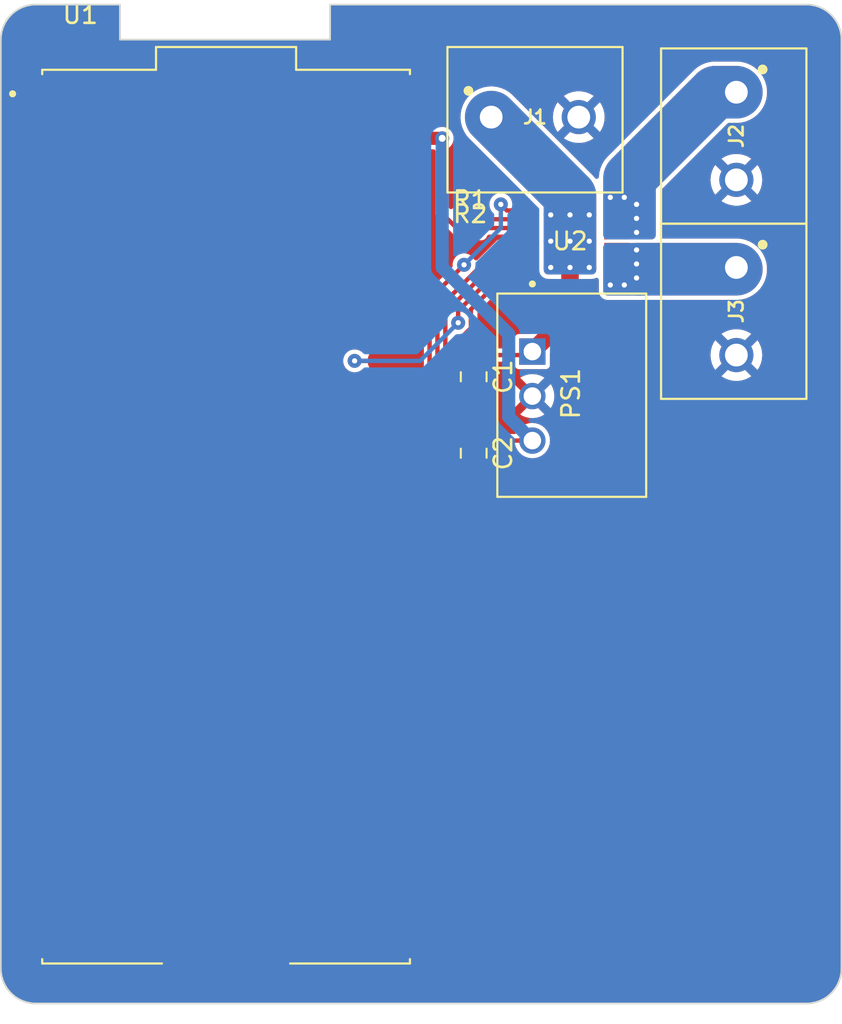
<source format=kicad_pcb>
(kicad_pcb (version 20221018) (generator pcbnew)
  (layers (0 "F.Cu" signal) (31 "B.Cu" signal) (34 "B.Paste" user) (35 "F.Paste" user) (36 "B.SilkS" user "B.Silkscreen") (37 "F.SilkS" user "F.Silkscreen") (38 "B.Mask" user) (39 "F.Mask" user) (44 "Edge.Cuts" user))
  (net 0 "")
  (net 1 "VIN")
  (net 2 "GND")
  (net 3 "Net-(J2-Pad1)")
  (net 4 "3.3V")
  (net 7 "Net-(U1-GND-Pad13)")
  (net 24 "Net-(J3-Pad1)")
  (net 32 "Net-(U2-*FAULTRST)")
  (net 33 "Net-(U2-SEN)")
  (net 34 "PWM1")
  (net 35 "MS_SEL1")
  (net 45 "Net-(U1-USB_SHIELD-PadA)")
  (net 46 "MS_SEL0")
  (net 48 "PWM0")
  (net 49 "MULTISENSE")
  (footprint "Resistor_SMD:R_0201_0603Metric_Pad0.64x0.40mm_HandSolder" (layer "F.Cu") (at 102.8 41.2)
    (fp_text reference "R1")
    (fp_text value "15KΩ")
  )
  (footprint "Raspberry Pi Pico:PHOENIX_1935161" (layer "F.Cu") (at 106.5 35.42)
    (fp_text reference "J1")
    (fp_text value "1935161")
  )
  (footprint "Capacitor_SMD:C_0805_2012Metric_Pad1.18x1.45mm_HandSolder" (layer "F.Cu") (at 103 54.6 -90)
    (fp_text reference "C2")
    (fp_text value "10μF")
  )
  (footprint "Raspberry Pi Pico:MODULE_SC0915" (layer "F.Cu") (at 88.86 58.22)
    (fp_text reference "U1")
    (fp_text value "SC0915")
  )
  (footprint "Raspberry Pi Pico:POWERSSO16_STM" (layer "F.Cu") (at 108.5 42.5)
    (fp_text reference "U2")
    (fp_text value "VND7140AJTR")
  )
  (footprint "Raspberry Pi Pico:PHOENIX_1935161" (layer "F.Cu") (at 118 46.5 -90)
    (fp_text reference "J3")
    (fp_text value "1935161")
  )
  (footprint "Raspberry Pi Pico:CONV_R-78E3.3-0.5" (layer "F.Cu") (at 108.6 51.34 -90)
    (fp_text reference "PS1")
    (fp_text value "R-78E3.3-0.5")
  )
  (footprint "Raspberry Pi Pico:PHOENIX_1935161" (layer "F.Cu") (at 118 36.5 -90)
    (fp_text reference "J2")
    (fp_text value "1935161")
  )
  (footprint "Resistor_SMD:R_0201_0603Metric_Pad0.64x0.40mm_HandSolder" (layer "F.Cu") (at 102.8 42)
    (fp_text reference "R2")
    (fp_text value "15KΩ")
  )
  (footprint "Capacitor_SMD:C_0805_2012Metric_Pad1.18x1.45mm_HandSolder" (layer "F.Cu") (at 103 50.2375 -90)
    (fp_text reference "C1")
    (fp_text value "10μF")
  )
  (gr_arc (start 76 31) (mid 76.585786 29.585786) (end 78 29) (stroke (width 0.1)) (layer "Edge.Cuts"))
  (gr_arc (start 124 84) (mid 123.414214 85.414214) (end 122 86) (stroke (width 0.1)) (layer "Edge.Cuts"))
  (gr_line (start 82.8 31) (end 94.8 31) (stroke (width 0.1)) (layer "Edge.Cuts"))
  (gr_line (start 82.8 29) (end 82.8 31) (stroke (width 0.1)) (layer "Edge.Cuts"))
  (gr_line (start 94.8 31) (end 94.8 29) (stroke (width 0.1)) (layer "Edge.Cuts"))
  (gr_line (start 78 29) (end 82.8 29) (stroke (width 0.1)) (layer "Edge.Cuts"))
  (gr_arc (start 122 29) (mid 123.414214 29.585786) (end 124 31) (stroke (width 0.1)) (layer "Edge.Cuts"))
  (gr_arc (start 78 86) (mid 76.585786 85.414214) (end 76 84) (stroke (width 0.1)) (layer "Edge.Cuts"))
  (gr_line (start 124 31) (end 124 84) (stroke (width 0.1)) (layer "Edge.Cuts"))
  (gr_line (start 122 86) (end 78 86) (stroke (width 0.1)) (layer "Edge.Cuts"))
  (gr_line (start 94.8 29) (end 122 29) (stroke (width 0.1)) (layer "Edge.Cuts"))
  (gr_line (start 76 84) (end 76 31) (stroke (width 0.1)) (layer "Edge.Cuts"))
  (segment (start 103 49.2) (end 103.2 49) (width 0.25) (layer "F.Cu") (net 1))
  (segment (start 103.2 49) (end 106.15 49) (width 0.25) (layer "F.Cu") (net 1))
  (segment (start 108.5 46.65) (end 108.5 42.5) (width 1) (layer "F.Cu") (net 1))
  (segment (start 104 35.42) (end 108.5 39.92) (width 3) (layer "F.Cu") (net 1))
  (segment (start 106.15 49) (end 106.35 48.8) (width 0.25) (layer "F.Cu") (net 1))
  (segment (start 106.35 48.8) (end 108.5 46.65) (width 1) (layer "F.Cu") (net 1))
  (via (at 107.4 42.5) (size 0.8) (drill 0.3) (layers "F.Cu" "B.Cu") (net 1))
  (via (at 109.6 42.5) (size 0.8) (drill 0.3) (layers "F.Cu" "B.Cu") (net 1))
  (via (at 109.6 41) (size 0.8) (drill 0.3) (layers "F.Cu" "B.Cu") (net 1))
  (via (at 108.5 41) (size 0.8) (drill 0.3) (layers "F.Cu" "B.Cu") (net 1))
  (via (at 109.6 44) (size 0.8) (drill 0.3) (layers "F.Cu" "B.Cu") (net 1))
  (via (at 108.5 42.5) (size 0.8) (drill 0.3) (layers "F.Cu" "B.Cu") (net 1))
  (via (at 108.5 44) (size 0.8) (drill 0.3) (layers "F.Cu" "B.Cu") (net 1))
  (via (at 107.4 41) (size 0.8) (drill 0.3) (layers "F.Cu" "B.Cu") (net 1))
  (via (at 107.4 44) (size 0.8) (drill 0.3) (layers "F.Cu" "B.Cu") (net 1))
  (segment (start 104 35.42) (end 108.5 39.92) (width 3) (layer "B.Cu") (net 1))
  (segment (start 105.8457 42.249937) (end 104.350063 42.249937) (width 0.25) (layer "F.Cu") (net 2))
  (segment (start 118 34) (end 116.8 34) (width 3) (layer "F.Cu") (net 3))
  (segment (start 116.8 34) (end 111.9 38.9) (width 3) (layer "F.Cu") (net 3))
  (via (at 110.8 40) (size 0.8) (drill 0.3) (layers "F.Cu" "B.Cu") (net 3))
  (via (at 112.3 40.4) (size 0.8) (drill 0.3) (layers "F.Cu" "B.Cu") (net 3))
  (via (at 112.3 41.2) (size 0.8) (drill 0.3) (layers "F.Cu" "B.Cu") (net 3))
  (via (at 112.3 42) (size 0.8) (drill 0.3) (layers "F.Cu" "B.Cu") (net 3))
  (via (at 111.6 40) (size 0.8) (drill 0.3) (layers "F.Cu" "B.Cu") (net 3))
  (segment (start 118 34) (end 116.8 34) (width 3) (layer "B.Cu") (net 3))
  (segment (start 116.8 34) (end 111.9 38.9) (width 3) (layer "B.Cu") (net 3))
  (segment (start 101.2 36.63) (end 98.58 36.63) (width 0.75) (layer "F.Cu") (net 4))
  (segment (start 102.273959 42) (end 102.3925 42) (width 0.25) (layer "F.Cu") (net 4))
  (segment (start 98.55 36.63) (end 101.2 36.63) (width 0.25) (layer "F.Cu") (net 4))
  (segment (start 98.58 36.6) (end 98.55 36.63) (width 0.25) (layer "F.Cu") (net 4))
  (segment (start 103 53.5625) (end 103.3175 53.88) (width 0.25) (layer "F.Cu") (net 4))
  (segment (start 103.3175 53.88) (end 106.35 53.88) (width 0.25) (layer "F.Cu") (net 4))
  (segment (start 101.2 40.926041) (end 102.273959 42) (width 0.25) (layer "F.Cu") (net 4))
  (segment (start 101.2 36.63) (end 101.2 40.926041) (width 0.25) (layer "F.Cu") (net 4))
  (via (at 101.2 36.63) (size 0.8) (drill 0.4) (layers "F.Cu" "B.Cu") (net 4))
  (segment (start 105 47.8) (end 105 52.53) (width 0.75) (layer "B.Cu") (net 4))
  (segment (start 101.2 36.63) (end 101.2 44) (width 0.75) (layer "B.Cu") (net 4))
  (segment (start 101.2 44) (end 105 47.8) (width 0.75) (layer "B.Cu") (net 4))
  (segment (start 105 52.53) (end 106.35 53.88) (width 0.75) (layer "B.Cu") (net 4))
  (segment (start 112.404237 44) (end 111.1543 42.750063) (width 0.25) (layer "F.Cu") (net 24))
  (segment (start 112.404237 44.1) (end 118 44.1) (width 3) (layer "F.Cu") (net 24))
  (via (at 111.6 45) (size 0.8) (drill 0.3) (layers "F.Cu" "B.Cu") (net 24))
  (via (at 112.3 43.8) (size 0.8) (drill 0.3) (layers "F.Cu" "B.Cu") (net 24))
  (via (at 112.3 44.6) (size 0.8) (drill 0.3) (layers "F.Cu" "B.Cu") (net 24))
  (via (at 110.8 45) (size 0.8) (drill 0.3) (layers "F.Cu" "B.Cu") (net 24))
  (via (at 112.3 43) (size 0.8) (drill 0.3) (layers "F.Cu" "B.Cu") (net 24))
  (segment (start 112.402118 44.1) (end 117.997881 44.1) (width 3) (layer "B.Cu") (net 24))
  (segment (start 103.257185 41.249685) (end 103.2075 41.2) (width 0.25) (layer "F.Cu") (net 32))
  (segment (start 105.8457 41.249685) (end 103.257185 41.249685) (width 0.25) (layer "F.Cu") (net 32))
  (segment (start 103.457689 41.749811) (end 103.2075 42) (width 0.25) (layer "F.Cu") (net 33))
  (segment (start 105.8457 41.749811) (end 103.457689 41.749811) (width 0.25) (layer "F.Cu") (net 33))
  (segment (start 105.8457 44.250441) (end 104.981196 44.250441) (width 0.25) (layer "F.Cu") (net 34))
  (segment (start 102.838566 46.393071) (end 102.838566 47.455862) (width 0.25) (layer "F.Cu") (net 34))
  (segment (start 101.69 67.11) (end 98.55 67.11) (width 0.25) (layer "F.Cu") (net 34))
  (segment (start 104.981196 44.250441) (end 102.838566 46.393071) (width 0.25) (layer "F.Cu") (net 34))
  (segment (start 101.83 48.464428) (end 101.83 66.97) (width 0.25) (layer "F.Cu") (net 34))
  (segment (start 101.83 66.97) (end 101.69 67.11) (width 0.25) (layer "F.Cu") (net 34))
  (segment (start 102.838566 47.455862) (end 101.83 48.464428) (width 0.25) (layer "F.Cu") (net 34))
  (segment (start 105.8457 43.250189) (end 104.708656 43.250189) (width 0.25) (layer "F.Cu") (net 35))
  (segment (start 99.57 62.03) (end 98.55 62.03) (width 0.25) (layer "F.Cu") (net 35))
  (segment (start 101.38 46.578845) (end 101.38 60.22) (width 0.25) (layer "F.Cu") (net 35))
  (segment (start 104.708656 43.250189) (end 101.38 46.578845) (width 0.25) (layer "F.Cu") (net 35))
  (segment (start 101.38 60.22) (end 99.57 62.03) (width 0.25) (layer "F.Cu") (net 35))
  (segment (start 100.93 56.07) (end 100.05 56.95) (width 0.25) (layer "F.Cu") (net 46))
  (segment (start 104.572386 42.750063) (end 100.93 46.392449) (width 0.25) (layer "F.Cu") (net 46))
  (segment (start 105.8457 42.750063) (end 104.572386 42.750063) (width 0.25) (layer "F.Cu") (net 46))
  (segment (start 100.05 56.95) (end 98.55 56.95) (width 0.25) (layer "F.Cu") (net 46))
  (segment (start 100.93 46.392449) (end 100.93 56.07) (width 0.25) (layer "F.Cu") (net 46))
  (segment (start 102.448925 43.848925) (end 100.48 45.81785) (width 0.25) (layer "F.Cu") (net 48))
  (segment (start 98.87669 54.41) (end 98.55 54.41) (width 0.25) (layer "F.Cu") (net 48))
  (segment (start 100.48 52.80669) (end 98.87669 54.41) (width 0.25) (layer "F.Cu") (net 48))
  (segment (start 100.48 45.81785) (end 100.48 52.80669) (width 0.25) (layer "F.Cu") (net 48))
  (segment (start 104.549559 40.4) (end 104.899118 40.749559) (width 0.25) (layer "F.Cu") (net 48))
  (segment (start 104.899118 40.749559) (end 105.8457 40.749559) (width 0.25) (layer "F.Cu") (net 48))
  (via (at 102.448925 43.848925) (size 0.8) (drill 0.3) (layers "F.Cu" "B.Cu") (net 48))
  (via (at 104.549559 40.4) (size 0.8) (drill 0.3) (layers "F.Cu" "B.Cu") (net 48))
  (segment (start 104.549559 41.748291) (end 104.549559 40.4) (width 0.25) (layer "B.Cu") (net 48))
  (segment (start 102.448925 43.848925) (end 104.549559 41.748291) (width 0.25) (layer "B.Cu") (net 48))
  (segment (start 102.113566 47.155557) (end 102.113566 46.481675) (width 0.25) (layer "F.Cu") (net 49))
  (segment (start 104.844926 43.750315) (end 105.8457 43.750315) (width 0.25) (layer "F.Cu") (net 49))
  (segment (start 96.2 49.33) (end 98.55 49.33) (width 0.25) (layer "F.Cu") (net 49))
  (segment (start 102.113566 46.481675) (end 104.844926 43.750315) (width 0.25) (layer "F.Cu") (net 49))
  (via (at 96.2 49.33) (size 0.8) (drill 0.3) (layers "F.Cu" "B.Cu") (net 49))
  (via (at 102.113566 47.155557) (size 0.8) (drill 0.3) (layers "F.Cu" "B.Cu") (net 49))
  (segment (start 102.113566 47.155557) (end 99.939123 49.33) (width 0.25) (layer "B.Cu") (net 49))
  (segment (start 99.939123 49.33) (end 96.2 49.33) (width 0.25) (layer "B.Cu") (net 49))
  (zone (net 2) (net_name "GND") (layers "F&B.Cu") (name "GroundPlane") (connect_pads (clearance 0.25)) (min_thickness 0.25) (fill yes (thermal_gap 0.5) (thermal_bridge_width 0.5) (island_removal_mode 1) (island_area_min 10))
    (polygon (pts (xy 76 29) (xy 124 29) (xy 124 86) (xy 76 86)))
  )
  (zone (net 1) (net_name "VIN") (layers "F&B.Cu") (priority 3) (connect_pads yes (clearance 0)) (min_thickness 0.25) (fill yes (thermal_gap 0.5) (thermal_bridge_width 0.5) (smoothing fillet) (radius 0.25))
    (polygon (pts (xy 107 44.4) (xy 110 44.4) (xy 110 39.8) (xy 107 39.8)))
  )
  (zone (net 3) (net_name "Net-(J2-Pad1)") (layers "F&B.Cu") (priority 2) (connect_pads yes (clearance 0)) (min_thickness 0.25) (fill yes (thermal_gap 0.5) (thermal_bridge_width 0.5) (smoothing fillet) (radius 0.25))
    (polygon (pts (xy 110.4 42.4) (xy 113.4 42.4) (xy 113.4 38.8) (xy 110.4 38.8)))
  )
  (zone (net 24) (net_name "Net-(J3-Pad1)") (layers "F&B.Cu") (priority 1) (connect_pads yes (clearance 0)) (min_thickness 0.25) (fill yes (thermal_gap 0.5) (thermal_bridge_width 0.5) (smoothing fillet) (radius 0.25))
    (polygon (pts (xy 110.4 42.6) (xy 110.4 45.6) (xy 112.8 45.6) (xy 112.8 42.6)))
  )
)
</source>
